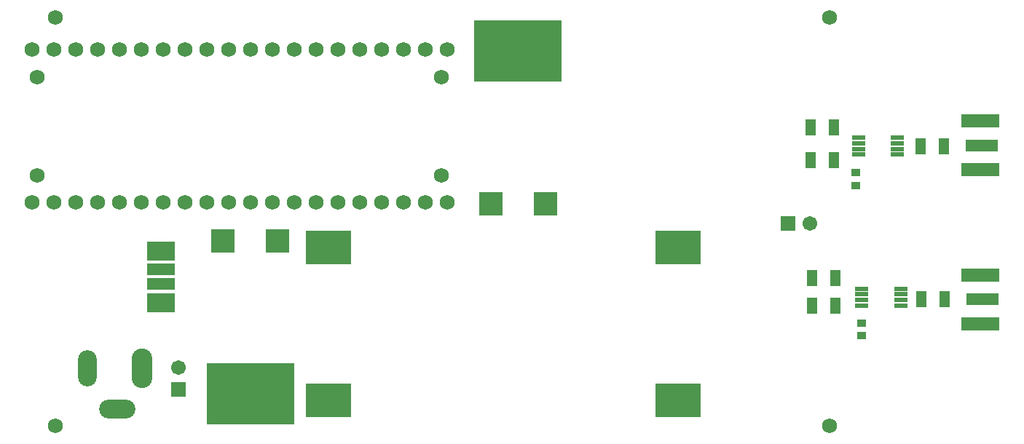
<source format=gts>
%FSLAX25Y25*%
%MOIN*%
G70*
G01*
G75*
G04 Layer_Color=8388736*
%ADD10R,0.16535X0.05315*%
%ADD11R,0.14173X0.05000*%
G04:AMPARAMS|DCode=12|XSize=14.96mil|YSize=55.12mil|CornerRadius=3.74mil|HoleSize=0mil|Usage=FLASHONLY|Rotation=270.000|XOffset=0mil|YOffset=0mil|HoleType=Round|Shape=RoundedRectangle|*
%AMROUNDEDRECTD12*
21,1,0.01496,0.04764,0,0,270.0*
21,1,0.00748,0.05512,0,0,270.0*
1,1,0.00748,-0.02382,-0.00374*
1,1,0.00748,-0.02382,0.00374*
1,1,0.00748,0.02382,0.00374*
1,1,0.00748,0.02382,-0.00374*
%
%ADD12ROUNDEDRECTD12*%
%ADD13R,0.04331X0.06693*%
%ADD14R,0.39370X0.27559*%
%ADD15R,0.03543X0.02756*%
%ADD16R,0.11811X0.04567*%
%ADD17R,0.11811X0.07874*%
%ADD18R,0.20000X0.15000*%
%ADD19C,0.01000*%
%ADD20C,0.01969*%
%ADD21C,0.05906*%
%ADD22R,0.05906X0.05906*%
%ADD23R,0.09843X0.09843*%
%ADD24R,0.05906X0.05906*%
%ADD25C,0.06000*%
%ADD26O,0.07874X0.15748*%
%ADD27O,0.15748X0.07874*%
%ADD28O,0.08661X0.17323*%
%ADD29C,0.02000*%
%ADD30C,0.00787*%
%ADD31C,0.00900*%
%ADD32C,0.00591*%
%ADD33C,0.00200*%
%ADD34C,0.01500*%
%ADD35C,0.00700*%
%ADD36C,0.00500*%
%ADD37C,0.01181*%
%ADD38R,0.17335X0.06115*%
%ADD39R,0.14973X0.05800*%
G04:AMPARAMS|DCode=40|XSize=22.96mil|YSize=63.12mil|CornerRadius=7.74mil|HoleSize=0mil|Usage=FLASHONLY|Rotation=270.000|XOffset=0mil|YOffset=0mil|HoleType=Round|Shape=RoundedRectangle|*
%AMROUNDEDRECTD40*
21,1,0.02296,0.04764,0,0,270.0*
21,1,0.00748,0.06312,0,0,270.0*
1,1,0.01548,-0.02382,-0.00374*
1,1,0.01548,-0.02382,0.00374*
1,1,0.01548,0.02382,0.00374*
1,1,0.01548,0.02382,-0.00374*
%
%ADD40ROUNDEDRECTD40*%
%ADD41R,0.05131X0.07493*%
%ADD42R,0.40170X0.28359*%
%ADD43R,0.04343X0.03556*%
%ADD44R,0.12611X0.05367*%
%ADD45R,0.12611X0.08674*%
%ADD46R,0.20800X0.15800*%
%ADD47C,0.06706*%
%ADD48R,0.06706X0.06706*%
%ADD49R,0.10642X0.10642*%
%ADD50R,0.06706X0.06706*%
%ADD51C,0.06800*%
%ADD52O,0.08674X0.16548*%
%ADD53O,0.16548X0.08674*%
%ADD54O,0.09461X0.18123*%
D38*
X438189Y83957D02*
D03*
Y61713D02*
D03*
X438067Y154504D02*
D03*
Y132260D02*
D03*
D39*
X438976Y72835D02*
D03*
X438854Y143382D02*
D03*
D40*
X399996Y141748D02*
D03*
Y139189D02*
D03*
Y144307D02*
D03*
Y146866D02*
D03*
X382279Y139189D02*
D03*
Y141748D02*
D03*
Y146866D02*
D03*
Y144307D02*
D03*
X383858Y75098D02*
D03*
Y77658D02*
D03*
Y72539D02*
D03*
Y69980D02*
D03*
X401575Y77658D02*
D03*
Y75098D02*
D03*
Y69980D02*
D03*
Y72539D02*
D03*
D41*
X421453Y143027D02*
D03*
X410823D02*
D03*
X421654Y72835D02*
D03*
X411024D02*
D03*
X370953Y136528D02*
D03*
X360323D02*
D03*
X370953Y151528D02*
D03*
X360323D02*
D03*
X371815Y70000D02*
D03*
X361185D02*
D03*
X371815Y82500D02*
D03*
X361185D02*
D03*
D42*
X226500Y186500D02*
D03*
X104000Y29500D02*
D03*
D43*
X381138Y130980D02*
D03*
Y125075D02*
D03*
X383858Y62008D02*
D03*
Y56102D02*
D03*
D44*
X62992Y86614D02*
D03*
Y79921D02*
D03*
D45*
Y94882D02*
D03*
Y71260D02*
D03*
D46*
X139764Y96457D02*
D03*
Y26457D02*
D03*
X299764D02*
D03*
Y96457D02*
D03*
D47*
X71000Y41500D02*
D03*
X360000Y107500D02*
D03*
D48*
X71000Y31500D02*
D03*
D49*
X239000Y116500D02*
D03*
X214000D02*
D03*
X91500Y99500D02*
D03*
X116500D02*
D03*
D50*
X350000Y107500D02*
D03*
D51*
X14839Y14839D02*
D03*
Y201847D02*
D03*
X6417Y129685D02*
D03*
Y174567D02*
D03*
X191457D02*
D03*
Y129685D02*
D03*
X3937Y117126D02*
D03*
X13937D02*
D03*
X133937D02*
D03*
X143937D02*
D03*
X153937D02*
D03*
X163937D02*
D03*
X173937D02*
D03*
X183937D02*
D03*
X193937D02*
D03*
Y187126D02*
D03*
X183937D02*
D03*
X173937D02*
D03*
X163937D02*
D03*
X153937D02*
D03*
X143937D02*
D03*
X133937D02*
D03*
X123937D02*
D03*
X113937D02*
D03*
X103937D02*
D03*
X93937D02*
D03*
X83937D02*
D03*
X73937D02*
D03*
X63937D02*
D03*
X53937D02*
D03*
X43937D02*
D03*
X33937D02*
D03*
X23937D02*
D03*
X13937D02*
D03*
X3937D02*
D03*
X23937Y117126D02*
D03*
X33937D02*
D03*
X43937D02*
D03*
X53937D02*
D03*
X63937D02*
D03*
X73937D02*
D03*
X83937D02*
D03*
X93937D02*
D03*
X103937D02*
D03*
X113937D02*
D03*
X123937D02*
D03*
X369169Y14839D02*
D03*
Y201847D02*
D03*
D52*
X29528Y41339D02*
D03*
D53*
X42913Y22441D02*
D03*
D54*
X54331Y41339D02*
D03*
M02*

</source>
